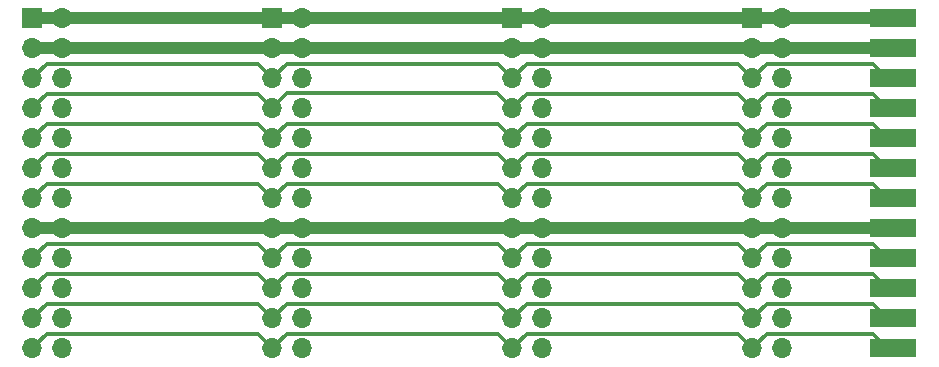
<source format=gtl>
%TF.GenerationSoftware,KiCad,Pcbnew,9.0.0-9.0.0-2~ubuntu24.04.1*%
%TF.CreationDate,2025-03-07T10:49:14+01:00*%
%TF.ProjectId,BackPlane,4261636b-506c-4616-9e65-2e6b69636164,rev?*%
%TF.SameCoordinates,Original*%
%TF.FileFunction,Copper,L1,Top*%
%TF.FilePolarity,Positive*%
%FSLAX46Y46*%
G04 Gerber Fmt 4.6, Leading zero omitted, Abs format (unit mm)*
G04 Created by KiCad (PCBNEW 9.0.0-9.0.0-2~ubuntu24.04.1) date 2025-03-07 10:49:14*
%MOMM*%
%LPD*%
G01*
G04 APERTURE LIST*
%TA.AperFunction,SMDPad,CuDef*%
%ADD10R,4.000000X1.500000*%
%TD*%
%TA.AperFunction,ComponentPad*%
%ADD11R,1.700000X1.700000*%
%TD*%
%TA.AperFunction,ComponentPad*%
%ADD12O,1.700000X1.700000*%
%TD*%
%TA.AperFunction,Conductor*%
%ADD13C,0.300000*%
%TD*%
%TA.AperFunction,Conductor*%
%ADD14C,1.000000*%
%TD*%
G04 APERTURE END LIST*
D10*
X136390000Y-55880000D03*
X136390000Y-58420000D03*
X136390000Y-60960000D03*
X136390000Y-63500000D03*
X136390000Y-66040000D03*
X136390000Y-68580000D03*
X136390000Y-71120000D03*
X136390000Y-73660000D03*
X136390000Y-76200000D03*
X136390000Y-78740000D03*
X136390000Y-81280000D03*
X136390000Y-83820000D03*
D11*
X124460000Y-55880000D03*
D12*
X127000000Y-55880000D03*
X124460000Y-58420000D03*
X127000000Y-58420000D03*
X124460000Y-60960000D03*
X127000000Y-60960000D03*
X124460000Y-63500000D03*
X127000000Y-63500000D03*
X124460000Y-66040000D03*
X127000000Y-66040000D03*
X124460000Y-68580000D03*
X127000000Y-68580000D03*
X124460000Y-71120000D03*
X127000000Y-71120000D03*
X124460000Y-73660000D03*
X127000000Y-73660000D03*
X124460000Y-76200000D03*
X127000000Y-76200000D03*
X124460000Y-78740000D03*
X127000000Y-78740000D03*
X124460000Y-81280000D03*
X127000000Y-81280000D03*
X124460000Y-83820000D03*
X127000000Y-83820000D03*
D11*
X63500000Y-55880000D03*
D12*
X66040000Y-55880000D03*
X63500000Y-58420000D03*
X66040000Y-58420000D03*
X63500000Y-60960000D03*
X66040000Y-60960000D03*
X63500000Y-63500000D03*
X66040000Y-63500000D03*
X63500000Y-66040000D03*
X66040000Y-66040000D03*
X63500000Y-68580000D03*
X66040000Y-68580000D03*
X63500000Y-71120000D03*
X66040000Y-71120000D03*
X63500000Y-73660000D03*
X66040000Y-73660000D03*
X63500000Y-76200000D03*
X66040000Y-76200000D03*
X63500000Y-78740000D03*
X66040000Y-78740000D03*
X63500000Y-81280000D03*
X66040000Y-81280000D03*
X63500000Y-83820000D03*
X66040000Y-83820000D03*
D11*
X104140000Y-55880000D03*
D12*
X106680000Y-55880000D03*
X104140000Y-58420000D03*
X106680000Y-58420000D03*
X104140000Y-60960000D03*
X106680000Y-60960000D03*
X104140000Y-63500000D03*
X106680000Y-63500000D03*
X104140000Y-66040000D03*
X106680000Y-66040000D03*
X104140000Y-68580000D03*
X106680000Y-68580000D03*
X104140000Y-71120000D03*
X106680000Y-71120000D03*
X104140000Y-73660000D03*
X106680000Y-73660000D03*
X104140000Y-76200000D03*
X106680000Y-76200000D03*
X104140000Y-78740000D03*
X106680000Y-78740000D03*
X104140000Y-81280000D03*
X106680000Y-81280000D03*
X104140000Y-83820000D03*
X106680000Y-83820000D03*
D11*
X83820000Y-55880000D03*
D12*
X86360000Y-55880000D03*
X83820000Y-58420000D03*
X86360000Y-58420000D03*
X83820000Y-60960000D03*
X86360000Y-60960000D03*
X83820000Y-63500000D03*
X86360000Y-63500000D03*
X83820000Y-66040000D03*
X86360000Y-66040000D03*
X83820000Y-68580000D03*
X86360000Y-68580000D03*
X83820000Y-71120000D03*
X86360000Y-71120000D03*
X83820000Y-73660000D03*
X86360000Y-73660000D03*
X83820000Y-76200000D03*
X86360000Y-76200000D03*
X83820000Y-78740000D03*
X86360000Y-78740000D03*
X83820000Y-81280000D03*
X86360000Y-81280000D03*
X83820000Y-83820000D03*
X86360000Y-83820000D03*
D13*
X85021000Y-64839000D02*
X83820000Y-66040000D01*
X64701000Y-64839000D02*
X63500000Y-66040000D01*
X124460000Y-66040000D02*
X123259000Y-64839000D01*
X104140000Y-66040000D02*
X102939000Y-64839000D01*
X123259000Y-64839000D02*
X105341000Y-64839000D01*
X105341000Y-64839000D02*
X104140000Y-66040000D01*
X82619000Y-64839000D02*
X64701000Y-64839000D01*
X125661000Y-64839000D02*
X124460000Y-66040000D01*
X134689000Y-64839000D02*
X125661000Y-64839000D01*
X135890000Y-66040000D02*
X134689000Y-64839000D01*
X102939000Y-64839000D02*
X85021000Y-64839000D01*
X83820000Y-66040000D02*
X82619000Y-64839000D01*
X125661000Y-62299000D02*
X124460000Y-63500000D01*
X63500000Y-63500000D02*
X64701000Y-62299000D01*
X134689000Y-62299000D02*
X125661000Y-62299000D01*
X104140000Y-63500000D02*
X105341000Y-62299000D01*
X102870000Y-62230000D02*
X104140000Y-63500000D01*
X85090000Y-62230000D02*
X102870000Y-62230000D01*
X105341000Y-62299000D02*
X123259000Y-62299000D01*
X82619000Y-62299000D02*
X83820000Y-63500000D01*
X123259000Y-62299000D02*
X124460000Y-63500000D01*
X83820000Y-63500000D02*
X85090000Y-62230000D01*
X135890000Y-63500000D02*
X134689000Y-62299000D01*
X64701000Y-62299000D02*
X82619000Y-62299000D01*
D14*
X63500000Y-58420000D02*
X135890000Y-58420000D01*
X135890000Y-73660000D02*
X63500000Y-73660000D01*
D13*
X135890000Y-76200000D02*
X134689000Y-74999000D01*
X105341000Y-74999000D02*
X104140000Y-76200000D01*
X123259000Y-74999000D02*
X105341000Y-74999000D01*
X64701000Y-74999000D02*
X63500000Y-76200000D01*
X102939000Y-74999000D02*
X85021000Y-74999000D01*
X83820000Y-76200000D02*
X82619000Y-74999000D01*
X85021000Y-74999000D02*
X83820000Y-76200000D01*
X82619000Y-74999000D02*
X64701000Y-74999000D01*
X104140000Y-76200000D02*
X102939000Y-74999000D01*
X124460000Y-76200000D02*
X123259000Y-74999000D01*
X125661000Y-74999000D02*
X124460000Y-76200000D01*
X134689000Y-74999000D02*
X125661000Y-74999000D01*
X134689000Y-69919000D02*
X125661000Y-69919000D01*
X82619000Y-69919000D02*
X64701000Y-69919000D01*
X105341000Y-69919000D02*
X104140000Y-71120000D01*
X125661000Y-69919000D02*
X124460000Y-71120000D01*
X123259000Y-69919000D02*
X105341000Y-69919000D01*
X124460000Y-71120000D02*
X123259000Y-69919000D01*
X104140000Y-71120000D02*
X102939000Y-69919000D01*
X85021000Y-69919000D02*
X83820000Y-71120000D01*
X102939000Y-69919000D02*
X85021000Y-69919000D01*
X135890000Y-71120000D02*
X134689000Y-69919000D01*
X83820000Y-71120000D02*
X82619000Y-69919000D01*
X64701000Y-69919000D02*
X63500000Y-71120000D01*
X125661000Y-77539000D02*
X124460000Y-78740000D01*
X83820000Y-78740000D02*
X82619000Y-77539000D01*
X135890000Y-78740000D02*
X134689000Y-77539000D01*
X82619000Y-77539000D02*
X64701000Y-77539000D01*
X105341000Y-77539000D02*
X104140000Y-78740000D01*
X134689000Y-77539000D02*
X125661000Y-77539000D01*
X64701000Y-77539000D02*
X63500000Y-78740000D01*
X85021000Y-77539000D02*
X83820000Y-78740000D01*
X102939000Y-77539000D02*
X85021000Y-77539000D01*
X104140000Y-78740000D02*
X102939000Y-77539000D01*
X124460000Y-78740000D02*
X123259000Y-77539000D01*
X123259000Y-77539000D02*
X105341000Y-77539000D01*
D14*
X135890000Y-55880000D02*
X63500000Y-55880000D01*
D13*
X85021000Y-59759000D02*
X83820000Y-60960000D01*
X82619000Y-59759000D02*
X64701000Y-59759000D01*
X134689000Y-59759000D02*
X125661000Y-59759000D01*
X135890000Y-60960000D02*
X134689000Y-59759000D01*
X123259000Y-59759000D02*
X105341000Y-59759000D01*
X124460000Y-60960000D02*
X123259000Y-59759000D01*
X105341000Y-59759000D02*
X104140000Y-60960000D01*
X83820000Y-60960000D02*
X82619000Y-59759000D01*
X102939000Y-59759000D02*
X85021000Y-59759000D01*
X104140000Y-60960000D02*
X102939000Y-59759000D01*
X64701000Y-59759000D02*
X63500000Y-60960000D01*
X125661000Y-59759000D02*
X124460000Y-60960000D01*
X102939000Y-80079000D02*
X85021000Y-80079000D01*
X104140000Y-81280000D02*
X102939000Y-80079000D01*
X135890000Y-81280000D02*
X134689000Y-80079000D01*
X124460000Y-81280000D02*
X123259000Y-80079000D01*
X64701000Y-80079000D02*
X63500000Y-81280000D01*
X85021000Y-80079000D02*
X83820000Y-81280000D01*
X105341000Y-80079000D02*
X104140000Y-81280000D01*
X82619000Y-80079000D02*
X64701000Y-80079000D01*
X123259000Y-80079000D02*
X105341000Y-80079000D01*
X134689000Y-80079000D02*
X125661000Y-80079000D01*
X83820000Y-81280000D02*
X82619000Y-80079000D01*
X125661000Y-80079000D02*
X124460000Y-81280000D01*
X85021000Y-67379000D02*
X83820000Y-68580000D01*
X135890000Y-68580000D02*
X134689000Y-67379000D01*
X125661000Y-67379000D02*
X124460000Y-68580000D01*
X123259000Y-67379000D02*
X105341000Y-67379000D01*
X124460000Y-68580000D02*
X123259000Y-67379000D01*
X105341000Y-67379000D02*
X104140000Y-68580000D01*
X102939000Y-67379000D02*
X85021000Y-67379000D01*
X83820000Y-68580000D02*
X82619000Y-67379000D01*
X64701000Y-67379000D02*
X63500000Y-68580000D01*
X82619000Y-67379000D02*
X64701000Y-67379000D01*
X134689000Y-67379000D02*
X125661000Y-67379000D01*
X104140000Y-68580000D02*
X102939000Y-67379000D01*
X134689000Y-82619000D02*
X125661000Y-82619000D01*
X83820000Y-83820000D02*
X82619000Y-82619000D01*
X135890000Y-83820000D02*
X134689000Y-82619000D01*
X82619000Y-82619000D02*
X64701000Y-82619000D01*
X104140000Y-83820000D02*
X102939000Y-82619000D01*
X102939000Y-82619000D02*
X85021000Y-82619000D01*
X105341000Y-82619000D02*
X104140000Y-83820000D01*
X125661000Y-82619000D02*
X124460000Y-83820000D01*
X85021000Y-82619000D02*
X83820000Y-83820000D01*
X64701000Y-82619000D02*
X63500000Y-83820000D01*
X123259000Y-82619000D02*
X105341000Y-82619000D01*
X124460000Y-83820000D02*
X123259000Y-82619000D01*
M02*

</source>
